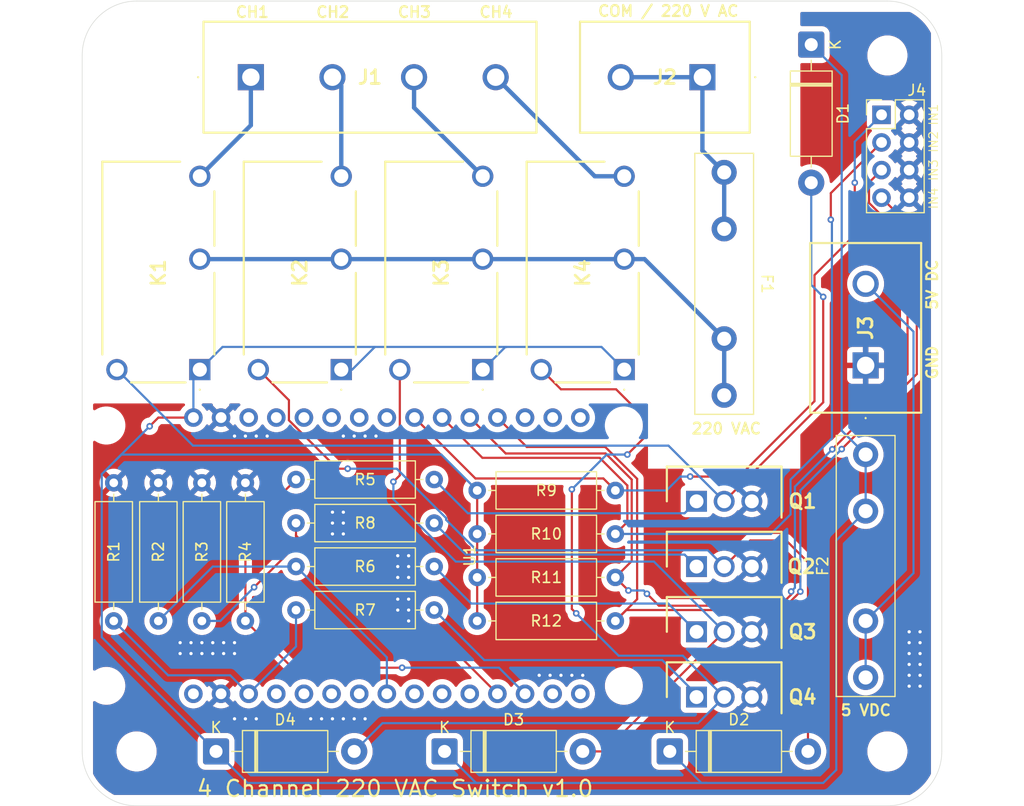
<source format=kicad_pcb>
(kicad_pcb (version 20241229) (generator "pcbnew") (generator_version "9.0")
  (layers (0 "F.Cu" signal) (2 "B.Cu" signal) (13 "F.Paste" user) (15 "B.Paste" user) (5 "F.SilkS" user "F.Silkscreen") (7 "B.SilkS" user "B.Silkscreen") (1 "F.Mask" user) (3 "B.Mask" user) (25 "Edge.Cuts" user))
  (net 0 "")
  (net 1 "Net-(D1-A)")
  (net 2 "/220_VAC_P")
  (net 3 "+5V")
  (net 4 "/CH1")
  (net 5 "/CH2")
  (net 6 "Net-(D2-A)")
  (net 7 "/CH3")
  (net 8 "Net-(D3-A)")
  (net 9 "/CH4")
  (net 10 "Net-(D4-A)")
  (net 11 "GND")
  (net 12 "Net-(Q1-G)")
  (net 13 "Net-(Q2-G)")
  (net 14 "Net-(Q3-G)")
  (net 15 "Net-(Q4-G)")
  (net 17 "/LOGIC_CH1")
  (net 21 "/INPUT3")
  (net 22 "/INPUT1")
  (net 26 "/LOGIC_CH4")
  (net 29 "/LOGIC_CH3")
  (net 30 "/INPUT2")
  (net 35 "/INPUT4")
  (net 37 "/LOGIC_CH2")
  (net 43 "Net-(J3-Pin_2)")
  (net 44 "/220_VAC_P_UNFUSED")
  (footprint "Resistor_THT:R_Axial_DIN0309_L9.0mm_D3.2mm_P12.70mm_Horizontal" (layer "F.Cu") (at 69.65 102)
    (property "Reference" "R6" (at 6.35 0 0) (layer "F.SilkS"))
    (property "Value" "5K6")
    (pad "1" thru_hole circle (at 0 0) (size 1.6 1.6) (drill 0.8) (layers "*.Cu" "*.Mask") (net 29 "/LOGIC_CH3"))
    (pad "2" thru_hole circle (at 12.7 0) (size 1.6 1.6) (drill 0.8) (layers "*.Cu" "*.Mask") (net 14 "Net-(Q3-G)"))
  )
  (footprint "Resistor_THT:R_Axial_DIN0309_L9.0mm_D3.2mm_P12.70mm_Horizontal" (layer "F.Cu") (at 61 107 90)
    (property "Reference" "R3" (at 6.35 0 90) (layer "F.SilkS"))
    (property "Value" "4K7")
    (pad "1" thru_hole circle (at 0 0 90) (size 1.6 1.6) (drill 0.8) (layers "*.Cu" "*.Mask") (net 37 "/LOGIC_CH2"))
    (pad "2" thru_hole circle (at 12.7 0 90) (size 1.6 1.6) (drill 0.8) (layers "*.Cu" "*.Mask") (net 11 "GND"))
  )
  (footprint "Resistor_THT:R_Axial_DIN0309_L9.0mm_D3.2mm_P12.70mm_Horizontal" (layer "F.Cu") (at 69.65 94)
    (property "Reference" "R5" (at 6.35 0 0) (layer "F.SilkS"))
    (property "Value" "5K6")
    (pad "1" thru_hole circle (at 0 0) (size 1.6 1.6) (drill 0.8) (layers "*.Cu" "*.Mask") (net 17 "/LOGIC_CH1"))
    (pad "2" thru_hole circle (at 12.7 0) (size 1.6 1.6) (drill 0.8) (layers "*.Cu" "*.Mask") (net 12 "Net-(Q1-G)"))
  )
  (footprint "JS_Local:TO254P469X1042X1967-3P" (layer "F.Cu") (at 106.46 96)
    (property "Reference" "Q1" (at 9.74 0 0) (layer "F.SilkS") (effects (font (size 1.27 1.27) (thickness 0.254))))
    (property "Value" "IRFZ34NPBF" (hide yes))
    (pad "1" thru_hole rect (at 0 0) (size 1.92 1.92) (drill 1.28) (layers "*.Cu" "*.Mask") (net 12 "Net-(Q1-G)"))
    (pad "2" thru_hole circle (at 2.54 0) (size 1.92 1.92) (drill 1.28) (layers "*.Cu" "*.Mask") (net 1 "Net-(D1-A)"))
    (pad "3" thru_hole circle (at 5.08 0) (size 1.92 1.92) (drill 1.28) (layers "*.Cu" "*.Mask") (net 11 "GND"))
  )
  (footprint "JS_Local:G5Q1A4DC5" (layer "F.Cu") (at 73.81 83.89 90)
    (property "Reference" "K2" (at 8.89 -3.81 90) (layer "F.SilkS") (effects (font (size 1.27 1.27) (thickness 0.254))))
    (property "Value" "G5Q-1A4-DC5" (hide yes))
    (pad "1" thru_hole rect (at 0 0 90) (size 1.95 1.95) (drill 1.3) (layers "*.Cu" "*.Mask") (net 3 "+5V"))
    (pad "2" thru_hole circle (at 10.16 0 90) (size 1.95 1.95) (drill 1.3) (layers "*.Cu" "*.Mask") (net 2 "/220_VAC_P"))
    (pad "3" thru_hole circle (at 17.78 0 90) (size 1.95 1.95) (drill 1.3) (layers "*.Cu" "*.Mask") (net 5 "/CH2"))
    (pad "5" thru_hole circle (at 0 -7.62 90) (size 1.95 1.95) (drill 1.3) (layers "*.Cu" "*.Mask") (net 6 "Net-(D2-A)"))
  )
  (footprint "Diode_THT:D_DO-15_P12.70mm_Horizontal" (layer "F.Cu") (at 83.3 119)
    (property "Reference" "D3" (at 6.35 -2.92 0) (layer "F.SilkS"))
    (property "Value" "D")
    (fp_text user "K" (at 0 -2.2 0) (layer "F.SilkS"))
    (pad "1" thru_hole roundrect (at 0 0) (size 2.4 2.4) (drill 1.2) (layers "*.Cu" "*.Mask") (roundrect_rratio 0.104167) (net 3 "+5V"))
    (pad "2" thru_hole circle (at 12.7 0) (size 2.4 2.4) (drill 1.2) (layers "*.Cu" "*.Mask") (net 8 "Net-(D3-A)"))
  )
  (footprint "Resistor_THT:R_Axial_DIN0309_L9.0mm_D3.2mm_P12.70mm_Horizontal" (layer "F.Cu") (at 52.9 107 90)
    (property "Reference" "R1" (at 6.35 0 90) (layer "F.SilkS"))
    (property "Value" "4K7")
    (pad "1" thru_hole circle (at 0 0 90) (size 1.6 1.6) (drill 0.8) (layers "*.Cu" "*.Mask") (net 26 "/LOGIC_CH4"))
    (pad "2" thru_hole circle (at 12.7 0 90) (size 1.6 1.6) (drill 0.8) (layers "*.Cu" "*.Mask") (net 11 "GND"))
  )
  (footprint "Resistor_THT:R_Axial_DIN0309_L9.0mm_D3.2mm_P12.70mm_Horizontal" (layer "F.Cu") (at 86.3 107)
    (property "Reference" "R12" (at 6.35 0 0) (layer "F.SilkS"))
    (property "Value" "10K")
    (pad "1" thru_hole circle (at 0 0) (size 1.6 1.6) (drill 0.8) (layers "*.Cu" "*.Mask") (net 3 "+5V"))
    (pad "2" thru_hole circle (at 12.7 0) (size 1.6 1.6) (drill 0.8) (layers "*.Cu" "*.Mask") (net 35 "/INPUT4"))
  )
  (footprint "JS_Local:TO254P469X1042X1967-3P" (layer "F.Cu") (at 106.46 108)
    (property "Reference" "Q3" (at 9.74 0 0) (layer "F.SilkS") (effects (font (size 1.27 1.27) (thickness 0.254))))
    (property "Value" "IRFZ34NPBF" (hide yes))
    (pad "1" thru_hole rect (at 0 0) (size 1.92 1.92) (drill 1.28) (layers "*.Cu" "*.Mask") (net 14 "Net-(Q3-G)"))
    (pad "2" thru_hole circle (at 2.54 0) (size 1.92 1.92) (drill 1.28) (layers "*.Cu" "*.Mask") (net 8 "Net-(D3-A)"))
    (pad "3" thru_hole circle (at 5.08 0) (size 1.92 1.92) (drill 1.28) (layers "*.Cu" "*.Mask") (net 11 "GND"))
  )
  (footprint "Diode_THT:D_DO-15_P12.70mm_Horizontal" (layer "F.Cu") (at 117 54 -90)
    (property "Reference" "D1" (at 6.35 -2.92 90) (layer "F.SilkS"))
    (property "Value" "D")
    (fp_text user "K" (at 0 -2.2 90) (layer "F.SilkS"))
    (pad "1" thru_hole roundrect (at 0 0 270) (size 2.4 2.4) (drill 1.2) (layers "*.Cu" "*.Mask") (roundrect_rratio 0.104167) (net 3 "+5V"))
    (pad "2" thru_hole circle (at 12.7 0 270) (size 2.4 2.4) (drill 1.2) (layers "*.Cu" "*.Mask") (net 1 "Net-(D1-A)"))
  )
  (footprint "JS_Local:TB00475004GR" (layer "F.Cu") (at 65.5 57)
    (property "Reference" "J1" (at 10.95 0 0) (layer "F.SilkS") (effects (font (size 1.27 1.27) (thickness 0.254))))
    (property "Value" "Screw_Terminal_01x04" (hide yes))
    (pad "1" thru_hole rect (at 0 0) (size 2.4 2.4) (drill 1.6) (layers "*.Cu" "*.Mask") (net 4 "/CH1"))
    (pad "2" thru_hole circle (at 7.5 0) (size 2.4 2.4) (drill 1.6) (layers "*.Cu" "*.Mask") (net 5 "/CH2"))
    (pad "3" thru_hole circle (at 15 0) (size 2.4 2.4) (drill 1.6) (layers "*.Cu" "*.Mask") (net 7 "/CH3"))
    (pad "4" thru_hole circle (at 22.5 0) (size 2.4 2.4) (drill 1.6) (layers "*.Cu" "*.Mask") (net 9 "/CH4"))
  )
  (footprint "Resistor_THT:R_Axial_DIN0309_L9.0mm_D3.2mm_P12.70mm_Horizontal" (layer "F.Cu") (at 69.65 98)
    (property "Reference" "R8" (at 6.35 0 0) (layer "F.SilkS"))
    (property "Value" "5K6")
    (pad "1" thru_hole circle (at 0 0) (size 1.6 1.6) (drill 0.8) (layers "*.Cu" "*.Mask") (net 37 "/LOGIC_CH2"))
    (pad "2" thru_hole circle (at 12.7 0) (size 1.6 1.6) (drill 0.8) (layers "*.Cu" "*.Mask") (net 13 "Net-(Q2-G)"))
  )
  (footprint "JS_Local:G5Q1A4DC5" (layer "F.Cu") (at 60.81 83.89 90)
    (property "Reference" "K1" (at 8.89 -3.81 90) (layer "F.SilkS") (effects (font (size 1.27 1.27) (thickness 0.254))))
    (property "Value" "G5Q-1A4-DC5" (hide yes))
    (pad "1" thru_hole rect (at 0 0 90) (size 1.95 1.95) (drill 1.3) (layers "*.Cu" "*.Mask") (net 3 "+5V"))
    (pad "2" thru_hole circle (at 10.16 0 90) (size 1.95 1.95) (drill 1.3) (layers "*.Cu" "*.Mask") (net 2 "/220_VAC_P"))
    (pad "3" thru_hole circle (at 17.78 0 90) (size 1.95 1.95) (drill 1.3) (layers "*.Cu" "*.Mask") (net 4 "/CH1"))
    (pad "5" thru_hole circle (at 0 -7.62 90) (size 1.95 1.95) (drill 1.3) (layers "*.Cu" "*.Mask") (net 1 "Net-(D1-A)"))
  )
  (footprint "Fuse:Fuseholder_Littelfuse_445_030_series_5x20mm" (layer "F.Cu") (at 109 65.75 -90)
    (property "Reference" "F1" (at 10.25 -3.95 270) (layer "F.SilkS"))
    (property "Value" "Fuse")
    (pad "1" thru_hole circle (at 0 0 270) (size 2.3 2.3) (drill 1.3) (layers "*.Cu" "*.Mask") (net 44 "/220_VAC_P_UNFUSED"))
    (pad "1" thru_hole circle (at 5.2 0 270) (size 2.3 2.3) (drill 1.3) (layers "*.Cu" "*.Mask") (net 44 "/220_VAC_P_UNFUSED"))
    (pad "2" thru_hole circle (at 15.3 0 270) (size 2.3 2.3) (drill 1.3) (layers "*.Cu" "*.Mask") (net 2 "/220_VAC_P"))
    (pad "2" thru_hole circle (at 20.5 0 270) (size 2.3 2.3) (drill 1.3) (layers "*.Cu" "*.Mask") (net 2 "/220_VAC_P"))
  )
  (footprint "Connector_PinHeader_2.54mm:PinHeader_2x04_P2.54mm_Vertical" (layer "F.Cu") (at 123.46 60.46)
    (property "Reference" "J4" (at 3.24 -2.26 0) (layer "F.SilkS"))
    (property "Value" "Conn_02x04_Odd_Even")
    (pad "1" thru_hole rect (at 0 0) (size 1.7 1.7) (drill 1) (layers "*.Cu" "*.Mask") (net 22 "/INPUT1"))
    (pad "2" thru_hole circle (at 2.54 0) (size 1.7 1.7) (drill 1) (layers "*.Cu" "*.Mask") (net 11 "GND"))
    (pad "3" thru_hole circle (at 0 2.54) (size 1.7 1.7) (drill 1) (layers "*.Cu" "*.Mask") (net 30 "/INPUT2"))
    (pad "4" thru_hole circle (at 2.54 2.54) (size 1.7 1.7) (drill 1) (layers "*.Cu" "*.Mask") (net 11 "GND"))
    (pad "5" thru_hole circle (at 0 5.08) (size 1.7 1.7) (drill 1) (layers "*.Cu" "*.Mask") (net 21 "/INPUT3"))
    (pad "6" thru_hole circle (at 2.54 5.08) (size 1.7 1.7) (drill 1) (layers "*.Cu" "*.Mask") (net 11 "GND"))
    (pad "7" thru_hole circle (at 0 7.62) (size 1.7 1.7) (drill 1) (layers "*.Cu" "*.Mask") (net 35 "/INPUT4"))
    (pad "8" thru_hole circle (at 2.54 7.62) (size 1.7 1.7) (drill 1) (layers "*.Cu" "*.Mask") (net 11 "GND"))
  )
  (footprint "MountingHole:MountingHole_3.2mm_M3_DIN965" (layer "F.Cu") (at 55 55)
    (property "Reference" "HOLE_NW" (hide yes))
    (property "Value" "MountingHole_3.2mm_M3_DIN96")
    (pad "" np_thru_hole circle (at 0 0) (size 3.2 3.2) (drill 3.2) (layers "*.Cu" "*.Mask"))
  )
  (footprint "Fuse:Fuseholder_Littelfuse_445_030_series_5x20mm" (layer "F.Cu") (at 122 112.2 90)
    (property "Reference" "F2" (at 10.25 -3.95 90) (layer "F.SilkS"))
    (property "Value" "Fuse")
    (pad "1" thru_hole circle (at 0 0 90) (size 2.3 2.3) (drill 1.3) (layers "*.Cu" "*.Mask") (net 43 "Net-(J3-Pin_2)"))
    (pad "1" thru_hole circle (at 5.2 0 90) (size 2.3 2.3) (drill 1.3) (layers "*.Cu" "*.Mask") (net 43 "Net-(J3-Pin_2)"))
    (pad "2" thru_hole circle (at 15.3 0 90) (size 2.3 2.3) (drill 1.3) (layers "*.Cu" "*.Mask") (net 3 "+5V"))
    (pad "2" thru_hole circle (at 20.5 0 90) (size 2.3 2.3) (drill 1.3) (layers "*.Cu" "*.Mask") (net 3 "+5V"))
  )
  (footprint "Resistor_THT:R_Axial_DIN0309_L9.0mm_D3.2mm_P12.70mm_Horizontal" (layer "F.Cu") (at 86.3 95)
    (property "Reference" "R9" (at 6.35 0 0) (layer "F.SilkS"))
    (property "Value" "10K")
    (pad "1" thru_hole circle (at 0 0) (size 1.6 1.6) (drill 0.8) (layers "*.Cu" "*.Mask") (net 3 "+5V"))
    (pad "2" thru_hole circle (at 12.7 0) (size 1.6 1.6) (drill 0.8) (layers "*.Cu" "*.Mask") (net 22 "/INPUT1"))
  )
  (footprint "JS_Local:TO254P469X1042X1967-3P" (layer "F.Cu") (at 106.46 114)
    (property "Reference" "Q4" (at 9.74 0 0) (layer "F.SilkS") (effects (font (size 1.27 1.27) (thickness 0.254))))
    (property "Value" "IRFZ34NPBF" (hide yes))
    (pad "1" thru_hole rect (at 0 0) (size 1.92 1.92) (drill 1.28) (layers "*.Cu" "*.Mask") (net 15 "Net-(Q4-G)"))
    (pad "2" thru_hole circle (at 2.54 0) (size 1.92 1.92) (drill 1.28) (layers "*.Cu" "*.Mask") (net 10 "Net-(D4-A)"))
    (pad "3" thru_hole circle (at 5.08 0) (size 1.92 1.92) (drill 1.28) (layers "*.Cu" "*.Mask") (net 11 "GND"))
  )
  (footprint "JS_Local:ESP32_DEVKITV1" (layer "F.Cu") (at 95.78 88.3 -90)
    (property "Reference" "U1" (at 12.7 10.16 90) (layer "F.SilkS"))
    (property "Value" "ESP32_DEVCITV1")
    (pad "" np_thru_hole circle (at 0.73 -4 270) (size 3 3) (drill 3) (layers "*.Cu" "*.Mask"))
    (pad "" np_thru_hole circle (at 0.73 43.56 270) (size 3 3) (drill 3) (layers "*.Cu" "*.Mask"))
    (pad "" np_thru_hole circle (at 24.67 -4 270) (size 3 3) (drill 3) (layers "*.Cu" "*.Mask"))
    (pad "" np_thru_hole circle (at 24.67 43.56 270) (size 3 3) (drill 3) (layers "*.Cu" "*.Mask"))
    (pad "1" thru_hole circle (at 0 0 270) (size 1.7 1.7) (drill 1) (layers "*.Cu" "*.Mask"))
    (pad "2" thru_hole circle (at 0 2.54 270) (size 1.7 1.7) (drill 1) (layers "*.Cu" "*.Mask"))
    (pad "3" thru_hole circle (at 0 5.08 270) (size 1.7 1.7) (drill 1) (layers "*.Cu" "*.Mask"))
    (pad "4" thru_hole circle (at 0 7.62 270) (size 1.7 1.7) (drill 1) (layers "*.Cu" "*.Mask") (net 35 "/INPUT4"))
    (pad "5" thru_hole circle (at 0 10.16 270) (size 1.7 1.7) (drill 1) (layers "*.Cu" "*.Mask") (net 21 "/INPUT3"))
    (pad "6" thru_hole circle (at 0 12.7 270) (size 1.7 1.7) (drill 1) (layers "*.Cu" "*.Mask") (net 30 "/INPUT2"))
    (pad "7" thru_hole circle (at 0 15.24 270) (size 1.7 1.7) (drill 1) (layers "*.Cu" "*.Mask") (net 22 "/INPUT1"))
    (pad "8" thru_hole circle (at 0 17.78 270) (size 1.7 1.7) (drill 1) (layers "*.Cu" "*.Mask"))
    (pad "9" thru_hole circle (at 0 20.32 270) (size 1.7 1.7) (drill 1) (layers "*.Cu" "*.Mask"))
    (pad "10" thru_hole circle (at 0 22.86 270) (size 1.7 1.7) (drill 1) (layers "*.Cu" "*.Mask"))
    (pad "11" thru_hole circle (at 0 25.4 270) (size 1.7 1.7) (drill 1) (layers "*.Cu" "*.Mask"))
    (pad "12" thru_hole circle (at 0 27.94 270) (size 1.7 1.7) (drill 1) (layers "*.Cu" "*.Mask"))
    (pad "13" thru_hole circle (at 0 30.48 270) (size 1.7 1.7) (drill 1) (layers "*.Cu" "*.Mask"))
    (pad "14" thru_hole circle (at 0 33.02 270) (size 1.7 1.7) (drill 1) (layers "*.Cu" "*.Mask") (net 11 "GND"))
    (pad "15" thru_hole circle (at 0 35.56 270) (size 1.7 1.7) (drill 1) (layers "*.Cu" "*.Mask") (net 3 "+5V"))
    (pad "16" thru_hole circle (at 25.4 0 270) (size 1.7 1.7) (drill 1) (layers "*.Cu" "*.Mask"))
    (pad "17" thru_hole circle (at 25.4 2.54 270) (size 1.7 1.7) (drill 1) (layers "*.Cu" "*.Mask"))
    (pad "18" thru_hole circle (at 25.4 5.08 270) (size 1.7 1.7) (drill 1) (layers "*.Cu" "*.Mask") (net 17 "/LOGIC_CH1"))
    (pad "19" thru_hole circle (at 25.4 7.62 270) (size 1.7 1.7) (drill 1) (layers "*.Cu" "*.Mask") (net 37 "/LOGIC_CH2"))
    (pad "20" thru_hole circle (at 25.4 10.16 270) (size 1.7 1.7) (drill 1) (layers "*.Cu" "*.Mask"))
    (pad "21" thru_hole circle (at 25.4 12.7 270) (size 1.7 1.7) (drill 1) (layers "*.Cu" "*.Mask"))
    (pad "22" thru_hole circle (at 25.4 15.24 270) (size 1.7 1.7) (drill 1) (layers "*.Cu" "*.Mask"))
    (pad "23" thru_hole circle (at 25.4 17.78 270) (size 1.7 1.7) (drill 1) (layers "*.Cu" "*.Mask") (net 29 "/LOGIC_CH3"))
    (pad "24" thru_hole circle (at 25.4 20.32 270) (size 1.7 1.7) (drill 1) (layers "*.Cu" "*.Mask"))
    (pad "25" thru_hole circle (at 25.4 22.86 270) (size 1.7 1.7) (drill 1) (layers "*.Cu" "*.Mask"))
    (pad "26" thru_hole circle (at 25.4 25.4 270) (size 1.7 1.7) (drill 1) (layers "*.Cu" "*.Mask"))
    (pad "27" thru_hole circle (at 25.4 27.94 270) (size 1.7 1.7) (drill 1) (layers "*.Cu" "*.Mask"))
    (pad "28" thru_hole circle (at 25.4 30.48 270) (size 1.7 1.7) (drill 1) (layers "*.Cu" "*.Mask") (net 26 "/LOGIC_CH4"))
    (pad "29" thru_hole circle (at 25.4 33.02 270) (size 1.7 1.7) (drill 1) (layers "*.Cu" "*.Mask") (net 11 "GND"))
    (pad "30" thru_hole circle (at 25.4 35.56 270) (size 1.7 1.7) (drill 1) (layers "*.Cu" "*.Mask"))
  )
  (footprint "JS_Local:G5Q1A4DC5" (layer "F.Cu") (at 86.81 83.89 90)
    (property "Reference" "K3" (at 8.89 -3.81 90) (layer "F.SilkS") (effects (font (size 1.27 1.27) (thickness 0.254))))
    (property "Value" "G5Q-1A4-DC5" (hide yes))
    (pad "1" thru_hole rect (at 0 0 90) (size 1.95 1.95) (drill 1.3) (layers "*.Cu" "*.Mask") (net 3 "+5V"))
    (pad "2" thru_hole circle (at 10.16 0 90) (size 1.95 1.95) (drill 1.3) (layers "*.Cu" "*.Mask") (net 2 "/220_VAC_P"))
    (pad "3" thru_hole circle (at 17.78 0 90) (size 1.95 1.95) (drill 1.3) (layers "*.Cu" "*.Mask") (net 7 "/CH3"))
    (pad "5" thru_hole circle (at 0 -7.62 90) (size 1.95 1.95) (drill 1.3) (layers "*.Cu" "*.Mask") (net 8 "Net-(D3-A)"))
  )
  (footprint "Resistor_THT:R_Axial_DIN0309_L9.0mm_D3.2mm_P12.70mm_Horizontal" (layer "F.Cu") (at 69.65 106)
    (property "Reference" "R7" (at 6.35 0 0) (layer "F.SilkS"))
    (property "Value" "5K6")
    (pad "1" thru_hole circle (at 0 0) (size 1.6 1.6) (drill 0.8) (layers "*.Cu" "*.Mask") (net 26 "/LOGIC_CH4"))
    (pad "2" thru_hole circle (at 12.7 0) (size 1.6 1.6) (drill 0.8) (layers "*.Cu" "*.Mask") (net 15 "Net-(Q4-G)"))
  )
  (footprint "JS_Local:TB00475002GR" (layer "F.Cu") (at 122 83.5 90)
    (property "Reference" "J3" (at 3.45 0 90) (layer "F.SilkS") (effects (font (size 1.27 1.27) (thickness 0.254))))
    (property "Value" "Screw_Terminal_01x02" (hide yes))
    (pad "1" thru_hole rect (at 0 0 90) (size 2.4 2.4) (drill 1.6) (layers "*.Cu" "*.Mask") (net 11 "GND"))
    (pad "2" thru_hole circle (at 7.5 0 90) (size 2.4 2.4) (drill 1.6) (layers "*.Cu" "*.Mask") (net 43 "Net-(J3-Pin_2)"))
  )
  (footprint "Resistor_THT:R_Axial_DIN0309_L9.0mm_D3.2mm_P12.70mm_Horizontal" (layer "F.Cu") (at 57 107 90)
    (property "Reference" "R2" (at 6.35 0 90) (layer "F.SilkS"))
    (property "Value" "4K7")
    (pad "1" thru_hole circle (at 0 0 90) (size 1.6 1.6) (drill 0.8) (layers "*.Cu" "*.Mask") (net 29 "/LOGIC_CH3"))
    (pad "2" thru_hole circle (at 12.7 0 90) (size 1.6 1.6) (drill 0.8) (layers "*.Cu" "*.Mask") (net 11 "GND"))
  )
  (footprint "MountingHole:MountingHole_3.2mm_M3_DIN965" (layer "F.Cu") (at 124 119)
    (property "Reference" "HOLE_SE" (hide yes))
    (property "Value" "MountingHole_3.2mm_M3_DIN965")
    (pad "" np_thru_hole circle (at 0 0) (size 3.2 3.2) (drill 3.2) (layers "*.Cu" "*.Mask"))
  )
  (footprint "Resistor_THT:R_Axial_DIN0309_L9.0mm_D3.2mm_P12.70mm_Horizontal" (layer "F.Cu") (at 65 107 90)
    (property "Reference" "R4" (at 6.35 0 90) (layer "F.SilkS"))
    (property "Value" "4K7")
    (pad "1" thru_hole circle (at 0 0 90) (size 1.6 1.6) (drill 0.8) (layers "*.Cu" "*.Mask") (net 17 "/LOGIC_CH1"))
    (pad "2" thru_hole circle (at 12.7 0 90) (size 1.6 1.6) (drill 0.8) (layers "*.Cu" "*.Mask") (net 11 "GND"))
  )
  (footprint "MountingHole:MountingHole_3.2mm_M3_DIN965" (layer "F.Cu") (at 124 55)
    (property "Reference" "HOLE_NE" (hide yes))
    (property "Value" "MountingHole_3.2mm_M3_DIN965")
    (pad "" np_thru_hole circle (at 0 0) (size 3.2 3.2) (drill 3.2) (layers "*.Cu" "*.Mask"))
  )
  (footprint "Resistor_THT:R_Axial_DIN0309_L9.0mm_D3.2mm_P12.70mm_Horizontal" (layer "F.Cu") (at 86.3 103)
    (property "Reference" "R11" (at 6.35 0 0) (layer "F.SilkS"))
    (property "Value" "10K")
    (pad "1" thru_hole circle (at 0 0) (size 1.6 1.6) (drill 0.8) (layers "*.Cu" "*.Mask") (net 3 "+5V"))
    (pad "2" thru_hole circle (at 12.7 0) (size 1.6 1.6) (drill 0.8) (layers "*.Cu" "*.Mask") (net 21 "/INPUT3"))
  )
  (footprint "JS_Local:TO254P469X1042X1967-3P" (layer "F.Cu") (at 106.46 102)
    (property "Reference" "Q2" (at 9.64 0 0) (layer "F.SilkS") (effects (font (size 1.27 1.27) (thickness 0.254))))
    (property "Value" "IRFZ34NPBF" (hide yes))
    (pad "1" thru_hole rect (at 0 0) (size 1.92 1.92) (drill 1.28) (layers "*.Cu" "*.Mask") (net 13 "Net-(Q2-G)"))
    (pad "2" thru_hole circle (at 2.54 0) (size 1.92 1.92) (drill 1.28) (layers "*.Cu" "*.Mask") (net 6 "Net-(D2-A)"))
    (pad "3" thru_hole circle (at 5.08 0) (size 1.92 1.92) (drill 1.28) (layers "*.Cu" "*.Mask") (net 11 "GND"))
  )
  (footprint "Diode_THT:D_DO-15_P12.70mm_Horizontal" (layer "F.Cu") (at 104 119)
    (property "Reference" "D2" (at 6.35 -2.92 0) (layer "F.SilkS"))
    (property "Value" "D")
    (fp_text user "K" (at 0 -2.2 0) (layer "F.SilkS"))
    (pad "1" thru_hole roundrect (at 0 0) (size 2.4 2.4) (drill 1.2) (layers "*.Cu" "*.Mask") (roundrect_rratio 0.104167) (net 3 "+5V"))
    (pad "2" thru_hole circle (at 12.7 0) (size 2.4 2.4) (drill 1.2) (layers "*.Cu" "*.Mask") (net 6 "Net-(D2-A)"))
  )
  (footprint "JS_Local:TB00475002GR" (layer "F.Cu") (at 107 57 180)
    (property "Reference" "J2" (at 3.45 0 0) (layer "F.SilkS") (effects (font (size 1.27 1.27) (thickness 0.254))))
    (property "Value" "Screw_Terminal_01x02" (hide yes))
    (pad "1" thru_hole rect (at 0 0 180) (size 2.4 2.4) (drill 1.6) (layers "*.Cu" "*.Mask") (net 44 "/220_VAC_P_UNFUSED"))
    (pad "2" thru_hole circle (at 7.5 0 180) (size 2.4 2.4) (drill 1.6) (layers "*.Cu" "*.Mask") (net 44 "/220_VAC_P_UNFUSED"))
  )
  (footprint "JS_Local:G5Q1A4DC5" (layer "F.Cu") (at 99.81 83.89 90)
    (property "Reference" "K4" (at 8.89 -3.81 90) (layer "F.SilkS") (effects (font (size 1.27 1.27) (thickness 0.254))))
    (property "Value" "G5Q-1A4-DC5" (hide yes))
    (pad "1" thru_hole rect (at 0 0 90) (size 1.95 1.95) (drill 1.3) (layers "*.Cu" "*.Mask") (net 3 "+5V"))
    (pad "2" thru_hole circle (at 10.16 0 90) (size 1.95 1.95) (drill 1.3) (layers "*.Cu" "*.Mask") (net 2 "/220_VAC_P"))
    (pad "3" thru_hole circle (at 17.78 0 90) (size 1.95 1.95) (drill 1.3) (layers "*.Cu" "*.Mask") (net 9 "/CH4"))
    (pad "5" thru_hole circle (at 0 -7.62 90) (size 1.95 1.95) (drill 1.3) (layers "*.Cu" "*.Mask") (net 10 "Net-(D4-A)"))
  )
  (footprint "Resistor_THT:R_Axial_DIN0309_L9.0mm_D3.2mm_P12.70mm_Horizontal" (layer "F.Cu") (at 86.3 99)
    (property "Reference" "R10" (at 6.35 0 0) (layer "F.SilkS"))
    (property "Value" "10K")
    (pad "1" thru_hole circle (at 0 0) (size 1.6 1.6) (drill 0.8) (layers "*.Cu" "*.Mask") (net 3 "+5V"))
    (pad "2" thru_hole circle (at 12.7 0) (size 1.6 1.6) (drill 0.8) (layers "*.Cu" "*.Mask") (net 30 "/INPUT2"))
  )
  (footprint "Diode_THT:D_DO-15_P12.70mm_Horizontal" (layer "F.Cu") (at 62.3 119)
    (property "Reference" "D4" (at 6.35 -2.92 0) (layer "F.SilkS"))
    (property "Value" "D")
    (fp_text user "K" (at 0 -2.2 0) (layer "F.SilkS"))
    (pad "1" thru_hole roundrect (at 0 0) (size 2.4 2.4) (drill 1.2) (layers "*.Cu" "*.Mask") (roundrect_rratio 0.104167) (net 3 "+5V"))
    (pad "2" thru_hole circle (at 12.7 0) (size 2.4 2.4) (drill 1.2) (layers "*.Cu" "*.Mask") (net 10 "Net-(D4-A)"))
  )
  (footprint "MountingHole:MountingHole_3.2mm_M3_DIN965" (layer "F.Cu") (at 55 119)
    (property "Reference" "HOLE_SW" (hide yes))
    (property "Value" "MountingHole_3.2mm_M3_DIN965")
    (pad "" np_thru_hole circle (at 0 0) (size 3.2 3.2) (drill 3.2) (layers "*.Cu" "*.Mask"))
  )
  (gr_arc (start 124 50) (mid 127.535534 51.464466) (end 129 55) (stroke (width 0.05)) (layer "Edge.Cuts"))
  (gr_line (start 55 50) (end 124 50) (stroke (width 0.05)) (layer "Edge.Cuts"))
  (gr_arc (start 50 55) (mid 51.464466 51.464466) (end 55 50) (stroke (width 0.05)) (layer "Edge.Cuts"))
  (gr_line (start 50 119) (end 50 55) (stroke (width 0.05)) (layer "Edge.Cuts"))
  (gr_line (start 129 55) (end 129 119) (stroke (width 0.05)) (layer "Edge.Cuts"))
  (gr_arc (start 55 124) (mid 51.464466 122.535534) (end 50 119) (stroke (width 0.05)) (layer "Edge.Cuts"))
  (gr_arc (start 129 119) (mid 127.535534 122.535534) (end 124 124) (stroke (width 0.05)) (layer "Edge.Cuts"))
  (gr_line (start 124 124) (end 55 124) (stroke (width 0.05)) (layer "Edge.Cuts"))
  (gr_text "IN2" (at 128.7 64 90) (layer "F.SilkS") (effects (font (size 0.8 0.8) (thickness 0.1)) (justify left bottom)))
  (gr_text "GND" (at 128.7 84.9 90) (layer "F.SilkS") (effects (font (size 1 1) (thickness 0.2) (bold yes)) (justify left bottom)))
  (gr_text "CH4" (at 86.4 51.6 0) (layer "F.SilkS") (effects (font (size 1 1) (thickness 0.2) (bold yes)) (justify left bottom)))
  (gr_text "5V DC" (at 128.7 78.5 90) (layer "F.SilkS") (effects (font (size 1 1) (thickness 0.2) (bold yes)) (justify left bottom)))
  (gr_text "CH2" (at 71.4 51.6 0) (layer "F.SilkS") (effects (font (size 1 1) (thickness 0.2) (bold yes)) (justify left bottom)))
  (gr_text "COM / 220 V AC" (at 97.3 51.5 0) (layer "F.SilkS") (effects (font (size 1 1) (thickness 0.2) (bold yes)) (justify left bottom)))
  (gr_text "CH3" (at 78.9 51.6 0) (layer "F.SilkS") (effects (font (size 1 1) (thickness 0.2) (bold yes)) (justify left bottom)))
  (gr_text "4 Channel 220 VAC Switch v1.0" (at 60.4 123.3 0) (layer "F.SilkS") (effects (font (size 1.5 1.5) (thickness 0.2)) (justify left bottom)))
  (gr_text "5 VDC" (at 119.6 115.8 0) (layer "F.SilkS") (effects (font (size 1 1) (thickness 0.2) (bold yes)) (justify left bottom)))
  (gr_text "IN3" (at 128.7 66.6 90) (layer "F.SilkS") (effects (font (size 0.8 0.8) (thickness 0.1)) (justify left bottom)))
  (gr_text "IN1" (at 128.7 61.5 90) (layer "F.SilkS") (effects (font (size 0.8 0.8) (thickness 0.1)) (justify left bottom)))
  (gr_text "CH1" (at 64 51.6 0) (layer "F.SilkS") (effects (font (size 1 1) (thickness 0.2) (bold yes)) (justify left bottom)))
  (gr_text "220 VAC" (at 105.9 89.9 0) (layer "F.SilkS") (effects (font (size 1 1) (thickness 0.2) (bold yes)) (justify left bottom)))
  (gr_text "IN4" (at 128.7 69.2 90) (layer "F.SilkS") (effects (font (size 0.8 0.8) (thickness 0.1)) (justify left bottom)))
  (segment (start 118.1 86.9) (end 118.1 77.2) (width 0.2) (layer "F.Cu") (net 1))
  (segment (start 109 96) (end 118.1 86.9) (width 0.2) (layer "F.Cu") (net 1))
  (via (at 118.1 77.2) (size 0.6) (drill 0.3) (layers "F.Cu" "B.Cu") (net 1))
  (segment (start 109 96) (end 103.881 90.881) (width 0.2) (layer "B.Cu") (net 1))
  (segment (start 60.181 90.881) (end 53.19 83.89) (width 0.2) (layer "B.Cu") (net 1))
  (segment (start 117 76.1) (end 117 66.7) (width 0.2) (layer "B.Cu") (net 1))
  (segment (start 103.881 90.881) (end 60.181 90.881) (width 0.2) (layer "B.Cu") (net 1))
  (segment (start 118.1 77.2) (end 117 76.1) (width 0.2) (layer "B.Cu") (net 1))
  (segment (start 109 81.05) (end 109 86.25) (width 0.4) (layer "B.Cu") (net 2))
  (segment (start 60.81 73.73) (end 99.81 73.73) (width 0.4) (layer "B.Cu") (net 2))
  (segment (start 109 81.05) (end 101.68 73.73) (width 0.4) (layer "B.Cu") (net 2))
  (segment (start 101.68 73.73) (end 99.81 73.73) (width 0.4) (layer "B.Cu") (net 2))
  (segment (start 86.3 103) (end 86.3 107) (width 0.2) (layer "F.Cu") (net 3))
  (segment (start 57 88.3) (end 60.22 88.3) (width 0.2) (layer "F.Cu") (net 3))
  (segment (start 56.2 89.1) (end 57 88.3) (width 0.2) (layer "F.Cu") (net 3))
  (segment (start 86.3 95) (end 86.3 99) (width 0.2) (layer "F.Cu") (net 3))
  (segment (start 86.3 99) (end 86.3 103) (width 0.2) (layer "F.Cu") (net 3))
  (via (at 56.2 89.1) (size 0.6) (drill 0.3) (layers "F.Cu" "B.Cu") (net 3))
  (segment (start 86.7 121.9) (end 107.4 121.9) (width 0.2) (layer "B.Cu") (net 3))
  (segment (start 62.9 81.8) (end 60.81 83.89) (width 0.2) (layer "B.Cu") (net 3))
  (segment (start 119.8 89.5) (end 122 91.7) (width 0.2) (layer "B.Cu") (net 3))
  (segment (start 107.4 121.9) (end 106.9 121.9) (width 0.2) (layer "B.Cu") (net 3))
  (segment (start 76.9 81.8) (end 62.9 81.8) (width 0.2) (layer "B.Cu") (net 3))
  (segment (start 83 91.7) (end 53.6 91.7) (width 0.2) (layer "B.Cu") (net 3))
  (segment (start 86.81 83.89) (end 88.9 81.8) (width 0.2) (layer "B.Cu") (net 3))
  (segment (start 54.018 91.282) (end 56.2 89.1) (width 0.2) (layer "B.Cu") (net 3))
  (segment (start 65.2 121.9) (end 86.7 121.9) (width 0.2) (layer "B.Cu") (net 3))
  (segment (start 73.81 83.89) (end 74.81 83.89) (width 0.2) (layer "B.Cu") (net 3))
  (segment (start 86.3 95) (end 83 91.7) (width 0.2) (layer "B.Cu") (net 3))
  (segment (start 106.9 121.9) (end 104 119) (width 0.2) (layer "B.Cu") (net 3))
  (segment (start 83.3 119) (end 86.2 121.9) (width 0.2) (layer "B.Cu") (net 3))
  (segment (start 88.9 81.8) (end 89 81.8) (width 0.2) (layer "B.Cu") (net 3))
  (segment (start 53.6 91.7) (end 53.1 92.2) (width 0.2) (layer "B.Cu") (net 3))
  (segment (start 60.22 84.48) (end 60.81 83.89) (width 0.2) (layer "B.Cu") (net 3))
  (segment (start 62.3 119) (end 51.799 108.499) (width 0.2) (layer "B.Cu") (net 3))
  (segment (start 51.799 108.499) (end 51.799 93.501) (width 0.2) (layer "B.Cu") (net 3))
  (segment (start 53.1 92.2) (end 54.018 91.282) (width 0.2) (layer "B.Cu") (net 3))
  (segment (start 119.8 56.8) (end 119.8 89.5) (width 0.2) (layer "B.Cu") (net 3))
  (segment (start 99.81 83.89) (end 97.72 81.8) (width 0.2) (layer "B.Cu") (net 3))
  (segment (start 74.81 83.89) (end 76.9 81.8) (width 0.2) (layer "B.Cu") (net 3))
  (segment (start 122 91.7) (end 122 96.9) (width 0.2) (layer "B.Cu") (net 3))
  (segment (start 86.2 121.9) (end 86.7 121.9) (width 0.2) (layer "B.Cu") (net 3))
  (segment (start 119.3 120.7) (end 118.1 121.9) (width 0.2) (layer "B.Cu") (net 3))
  (segment (start 118.1 121.9) (end 107.4 121.9) (width 0.2) (layer "B.Cu") (net 3))
  (segment (start 62.3 119) (end 65.2 121.9) (width 0.2) (layer "B.Cu") (net 3))
  (segment (start 97.72 81.8) (end 89 81.8) (width 0.2) (layer "B.Cu") (net 3))
  (segment (start 117 54) (end 119.8 56.8) (width 0.2) (layer "B.Cu") (net 3))
  (segment (start 60.22 88.3) (end 60.22 84.48) (width 0.2) (layer "B.Cu") (net 3))
  (segment (start 119.3 99.6) (end 119.3 120.7) (width 0.2) (layer "B.Cu") (net 3))
  (segment (start 122 96.9) (end 119.3 99.6) (width 0.2) (layer "B.Cu") (net 3))
  (segment (start 51.799 93.501) (end 53.1 92.2) (width 0.2) (layer "B.Cu") (net 3))
  (segment (start 89 81.8) (end 76.9 81.8) (width 0.2) (layer "B.Cu") (net 3))
  (segment (start 60.81 66.11) (end 65.5 61.42) (width 0.4) (layer "B.Cu") (net 4))
  (segment (start 65.5 61.42) (end 65.5 57) (width 0.4) (layer "B.Cu") (net 4))
  (segment (start 73.81 66.11) (end 73.81 57.81) (width 0.4) (layer "B.Cu") (net 5))
  (segment (start 73.81 57.81) (end 73 57) (width 0.4) (layer "B.Cu") (net 5))
  (segment (start 114.7 99.6) (end 116.7 101.6) (width 0.2) (layer "F.Cu") (net 6))
  (segment (start 73.45224 93) (end 69 88.54776) (width 0.2) (layer "F.Cu") (net 6))
  (segment (start 69 86.7) (end 66.19 83.89) (width 0.2) (layer "F.Cu") (net 6))
  (segment (start 69 88.54776) (end 69 86.7) (width 0.2) (layer "F.Cu") (net 6))
  (segment (start 111.4 99.6) (end 114.7 99.6) (width 0.2) (layer "F.Cu") (net 6))
  (segment (start 74.4 93) (end 73.45224 93) (width 0.2) (layer "F.Cu") (net 6))
  (segment (start 109 102) (end 111.4 99.6) (width 0.2) (layer "F.Cu") (net 6))
  (segment (start 116.7 101.6) (end 116.7 119) (width 0.2) (layer "F.Cu") (net 6))
  (via (at 74.4 93) (size 0.6) (drill 0.3) (layers "F.Cu" "B.Cu") (net 6))
  (segment (start 107.499 100.499) (end 86.24195 100.499) (width 0.2) (layer "B.Cu") (net 6))
  (segment (start 86.24195 100.499) (end 83.451 97.70805) (width 0.2) (layer "B.Cu") (net 6))
  (segment (start 83.451 97.54395) (end 78.90705 93) (width 0.2) (layer "B.Cu") (net 6))
  (segment (start 78.90705 93) (end 74.4 93) (width 0.2) (layer "B.Cu") (net 6))
  (segment (start 83.451 97.70805) (end 83.451 97.54395) (width 0.2) (layer "B.Cu") (net 6))
  (segment (start 109 102) (end 107.499 100.499) (width 0.2) (layer "B.Cu") (net 6))
  (segment (start 86.81 66.11) (end 80.5 59.8) (width 0.4) (layer "B.Cu") (net 7))
  (segment (start 80.5 59.8) (end 80.5 57) (width 0.4) (layer "B.Cu") (net 7))
  (segment (start 109 108) (end 98 119) (width 0.2) (layer "F.Cu") (net 8))
  (segment (start 98 119) (end 96 119) (width 0.2) (layer "F.Cu") (net 8))
  (segment (start 78.6 94.2) (end 79.19 93.61) (width 0.2) (layer "F.Cu") (net 8))
  (segment (start 79.19 93.61) (end 79.19 83.89) (width 0.2) (layer "F.Cu") (net 8))
  (via (at 78.6 94.2) (size 0.6) (drill 0.3) (layers "F.Cu" "B.Cu") (net 8))
  (segment (start 109 108) (end 102.54395 101.54395) (width 0.2) (layer "B.Cu") (net 8))
  (segment (start 102.54395 101.54395) (end 84.3369 101.54395) (width 0.2) (layer "B.Cu") (net 8))
  (segment (start 78.6 95.80705) (end 78.6 94.2) (width 0.2) (layer "B.Cu") (net 8))
  (segment (start 84.3369 101.54395) (end 78.6 95.80705) (width 0.2) (layer "B.Cu") (net 8))
  (segment (start 97.11 66.11) (end 99.81 66.11) (width 0.4) (layer "B.Cu") (net 9))
  (segment (start 88 57) (end 97.11 66.11) (width 0.4) (layer "B.Cu") (net 9))
  (segment (start 100.1 91.7) (end 101.631 90.169) (width 0.2) (layer "F.Cu") (net 10))
  (segment (start 101.631 90.169) (end 101.631 88.263291) (width 0.2) (layer "F.Cu") (net 10))
  (segment (start 99.067709 85.7) (end 94 85.7) (width 0.2) (layer "F.Cu") (net 10))
  (segment (start 95 105.9) (end 95 94.9) (width 0.2) (layer "F.Cu") (net 10))
  (segment (start 94 85.7) (end 92.19 83.89) (width 0.2) (layer "F.Cu") (net 10))
  (segment (start 95.4 106.3) (end 95 105.9) (width 0.2) (layer "F.Cu") (net 10))
  (segment (start 101.631 88.263291) (end 99.067709 85.7) (width 0.2) (layer "F.Cu") (net 10))
  (via (at 100.1 91.7) (size 0.6) (drill 0.3) (layers "F.Cu" "B.Cu") (net 10))
  (via (at 95.4 106.3) (size 0.6) (drill 0.3) (layers "F.Cu" "B.Cu") (net 10))
  (via (at 95 94.9) (size 0.6) (drill 0.3) (layers "F.Cu" "B.Cu") (net 10))
  (segment (start 75 119) (end 77.6 116.4) (width 0.2) (layer "B.Cu") (net 10))
  (segment (start 105.199 110.199) (end 99.299 110.199) (width 0.2) (layer "B.Cu") (net 10))
  (segment (start 106.6 116.4) (end 109 114) (width 0.2) (layer "B.Cu") (net 10))
  (segment (start 109 114) (end 105.199 110.199) (width 0.2) (layer "B.Cu") (net 10))
  (segment (start 95 94.9) (end 98.2 91.7) (width 0.2) (layer "B.Cu") (net 10))
  (segment (start 98.2 91.7) (end 100.1 91.7) (width 0.2) (layer "B.Cu") (net 10))
  (segment (start 99.299 110.199) (end 95.4 106.3) (width 0.2) (layer "B.Cu") (net 10))
  (segment (start 77.6 116.4) (end 106.6 116.4) (width 0.2) (layer "B.Cu") (net 10))
  (via (at 66 116) (size 0.6) (drill 0.3) (layers "F.Cu" "B.Cu") (net 11))
  (via (at 127 113) (size 0.6) (drill 0.3) (layers "F.Cu" "B.Cu") (net 11))
  (via (at 59 110) (size 0.6) (drill 0.3) (layers "F.Cu" "B.Cu") (net 11))
  (via (at 93 112) (size 0.6) (drill 0.3) (layers "F.Cu" "B.Cu") (net 11))
  (via (at 80 103) (size 0.6) (drill 0.3) (layers "F.Cu" "B.Cu") (net 11))
  (via (at 75 116) (size 0.6) (drill 0.3) (layers "F.Cu" "B.Cu") (net 11))
  (via (at 63 110) (size 0.6) (drill 0.3) (layers "F.Cu" "B.Cu") (net 11))
  (via (at 74 90) (size 0.6) (drill 0.3) (layers "F.Cu" "B.Cu") (net 11))
  (via (at 127 108) (size 0.6) (drill 0.3) (layers "F.Cu" "B.Cu") (net 11))
  (via (at 80 105) (size 0.6) (drill 0.3) (layers "F.Cu" "B.Cu") (net 11))
  (via (at 73 116) (size 0.6) (drill 0.3) (layers "F.Cu" "B.Cu") (net 11))
  (via (at 94 112) (size 0.6) (drill 0.3) (layers "F.Cu" "B.Cu") (net 11))
  (via (at 80 101) (size 0.6) (drill 0.3) (layers "F.Cu" "B.Cu") (net 11))
  (via (at 95 112) (size 0.6) (drill 0.3) (layers "F.Cu" "B.Cu") (net 11))
  (via (at 59 109) (size 0.6) (drill 0.3) (layers "F.Cu" "B.Cu") (net 11))
  (via (at 79 101) (size 0.6) (drill 0.3) (layers "F.Cu" "B.Cu") (net 11))
  (via (at 60 110) (size 0.6) (drill 0.3) (layers "F.Cu" "B.Cu") (net 11))
  (via (at 79 103) (size 0.6) (drill 0.3) (layers "F.Cu" "B.Cu") (net 11))
  (via (at 62 110) (size 0.6) (drill 0.3) (layers "F.Cu" "B.Cu") (net 11))
  (via (at 127 110) (size 0.6) (drill 0.3) (layers "F.Cu" "B.Cu") (net 11))
  (via (at 61 110) (size 0.6) (drill 0.3) (layers "F.Cu" "B.Cu") (net 11))
  (via (at 64 109) (size 0.6) (drill 0.3) (layers "F.Cu" "B.Cu") (net 11))
  (via (at 71 116) (size 0.6) (drill 0.3) (layers "F.Cu" "B.Cu") (net 11))
  (via (at 74 116) (size 0.6) (drill 0.3) (layers "F.Cu" "B.Cu") (net 11))
  (via (at 126 112) (size 0.6) (drill 0.3) (layers "F.Cu" "B.Cu") (net 11))
  (via (at 79 102) (size 0.6) (drill 0.3) (layers "F.Cu" "B.Cu") (net 11))
  (via (at 65 116) (size 0.6) (drill 0.3) (layers "F.Cu" "B.Cu") (net 11))
  (via (at 64 116) (size 0.6) (drill 0.3) (layers "F.Cu" "B.Cu") (net 11))
  (via (at 74 98) (size 0.6) (drill 0.3) (layers "F.Cu" "B.Cu") (net 11))
  (via (at 79 105) (size 0.6) (drill 0.3) (layers "F.Cu" "B.Cu") (net 11))
  (via (at 80 107) (size 0.6) (drill 0.3) (layers "F.Cu" "B.Cu") (net 11))
  (via (at 67 90) (size 0.6) (drill 0.3) (layers "F.Cu" "B.Cu") (net 11))
  (via (at 65 90) (size 0.6) (drill 0.3) (layers "F.Cu" "B.Cu") (net 11))
  (via (at 66 90) (size 0.6) (drill 0.3) (layers "F.Cu" "B.Cu") (net 11))
  (via (at 75 90) (size 0.6) (drill 0.3) (layers "F.Cu" "B.Cu") (net 11))
  (via (at 126 110) (size 0.6) (drill 0.3) (layers "F.Cu" "B.Cu") (net 11))
  (via (at 74 97) (size 0.6) (drill 0.3) (layers "F.Cu" "B.Cu") (net 11))
  (via (at 76 116) (size 0.6) (drill 0.3) (layers "F.Cu" "B.Cu") (net 11))
  (via (at 80 106) (size 0.6) (drill 0.3) (layers "F.Cu" "B.Cu") (net 11))
  (via (at 96 112) (size 0.6) (drill 0.3) (layers "F.Cu" "B.Cu") (net 11))
  (via (at 73 99) (size 0.6) (drill 0.3) (layers "F.Cu" "B.Cu") (net 11))
  (via (at 127 109) (size 0.6) (drill 0.3) (layers "F.Cu" "B.Cu") (net 11))
  (via (at 92 112) (size 0.6) (drill 0.3) (layers "F.Cu" "B.Cu") (net 11))
  (via (at 126 113) (size 0.6) (drill 0.3) (layers "F.Cu" "B.Cu") (net 11))
  (via (at 64 110) (size 0.6) (drill 0.3) (layers "F.Cu" "B.Cu") (net 11))
  (via (at 74 99) (size 0.6) (drill 0.3) (layers "F.Cu" "B.Cu") (net 11))
  (via (at 126 108) (size 0.6) (drill 0.3) (layers "F.Cu" "B.Cu") (net 11))
  (via (at 80 102) (size 0.6) (drill 0.3) (layers "F.Cu" "B.Cu") (net 11))
  (via (at 64 90) (size 0.6) (drill 0.3) (layers "F.Cu" "B.Cu") (net 11))
  (via (at 63 109) (size 0.6) (drill 0.3) (layers "F.Cu" "B.Cu") (net 11))
  (via (at 127 112) (size 0.6) (drill 0.3) (layers "F.Cu" "B.Cu") (net 11))
  (via (at 77 90) (size 0.6) (drill 0.3) (layers "F.Cu" "B.Cu") (net 11))
  (via (at 73 97) (size 0.6) (drill 0.3) (layers "F.Cu" "B.Cu") (net 11))
  (via (at 62 109) (size 0.6) (drill 0.3) (layers "F.Cu" "B.Cu") (net 11))
  (via (at 127 111) (size 0.6) (drill 0.3) (layers "F.Cu" "B.Cu") (net 11))
  (via (at 126 109) (size 0.6) (drill 0.3) (layers "F.Cu" "B.Cu") (net 11))
  (via (at 72 116) (size 0.6) (drill 0.3) (layers "F.Cu" "B.Cu") (net 11))
  (via (at 76 90) (size 0.6) (drill 0.3) (layers "F.Cu" "B.Cu") (net 11))
  (via (at 60 109) (size 0.6) (drill 0.3) (layers "F.Cu" "B.Cu") (net 11))
  (via (at 79 106) (size 0.6) (drill 0.3) (layers "F.Cu" "B.Cu") (net 11))
  (via (at 126 111) (size 0.6) (drill 0.3) (layers "F.Cu" "B.Cu") (net 11))
  (via (at 73 98) (size 0.6) (drill 0.3) (layers "F.Cu" "B.Cu") (net 11))
  (via (at 61 109) (size 0.6) (drill 0.3) (layers "F.Cu" "B.Cu") (net 11))
  (segment (start 105.36 97.1) (end 106.46 96) (width 0.2) (layer "B.Cu") (net 12))
  (segment (start 85.45 97.1) (end 105.36 97.1) (width 0.2) (layer "B.Cu") (net 12))
  (segment (start 82.35 94) (end 85.45 97.1) (width 0.2) (layer "B.Cu") (net 12))
  (segment (start 85.25 100.9) (end 105.36 100.9) (width 0.2) (layer "B.Cu") (net 13))
  (segment (start 82.35 98) (end 85.25 100.9) (width 0.2) (layer "B.Cu") (net 13))
  (segment (start 105.36 100.9) (end 106.46 102) (width 0.2) (layer "B.Cu") (net 13))
  (segment (start 103.86 105.4) (end 106.46 108) (width 0.2) (layer "B.Cu") (net 14))
  (segment (start 85.75 105.4) (end 103.86 105.4) (width 0.2) (layer "B.Cu") (net 14))
  (segment (start 82.35 102) (end 85.75 105.4) (width 0.2) (layer "B.Cu") (net 14))
  (segment (start 103.3 110.6) (end 106.46 113.76) (width 0.2) (layer "B.Cu") (net 15))
  (segment (start 86.95 110.6) (end 103.3 110.6) (width 0.2) (layer "B.Cu") (net 15))
  (segment (start 82.35 106) (end 86.95 110.6) (width 0.2) (layer "B.Cu") (net 15))
  (segment (start 106.46 113.76) (end 106.46 114) (width 0.2) (layer "B.Cu") (net 15))
  (segment (start 65 107) (end 65 98.65) (width 0.2) (layer "F.Cu") (net 17))
  (segment (start 65 98.65) (end 69.65 94) (width 0.2) (layer "F.Cu") (net 17))
  (segment (start 69.3 111.3) (end 65 107) (width 0.2) (layer "F.Cu") (net 17))
  (segment (start 79.4 111.3) (end 69.3 111.3) (width 0.2) (layer "F.Cu") (net 17))
  (via (at 79.4 111.3) (size 0.6) (drill 0.3) (layers "F.Cu" "B.Cu") (net 17))
  (segment (start 90.7 113.7) (end 88.3 111.3) (width 0.2) (layer "B.Cu") (net 17))
  (segment (start 88.3 111.3) (end 79.4 111.3) (width 0.2) (layer "B.Cu") (net 17))
  (segment (start 122.309 66.691) (end 123.46 65.54) (width 0.2) (layer "F.Cu") (net 21))
  (segment (start 122.309 68.55676) (end 122.309 66.691) (width 0.2) (layer "F.Cu") (net 21))
  (segment (start 118.933014 91.218456) (end 125.85147 84.3) (width 0.2) (layer "F.Cu") (net 21))
  (segment (start 114.1339 105.599) (end 115.153842 104.579058) (width 0.2) (layer "F.Cu") (net 21))
  (segment (start 100.502 94.002) (end 98.1 91.6) (width 0.2) (layer "F.Cu") (net 21))
  (segment (start 102.999 105.599) (end 114.1339 105.599) (width 0.2) (layer "F.Cu") (net 21))
  (segment (start 99 103) (end 100.502 101.498) (width 0.2) (layer "F.Cu") (net 21))
  (segment (start 98.1 91.6) (end 88.92 91.6) (width 0.2) (layer "F.Cu") (net 21))
  (segment (start 125.85147 72.09923) (end 122.309 68.55676) (width 0.2) (layer "F.Cu") (net 21))
  (segment (start 99 103) (end 100.2 104.2) (width 0.2) (layer "F.Cu") (net 21))
  (segment (start 115.153842 104.579058) (end 115.153842 104.297628) (width 0.2) (layer "F.Cu") (net 21))
  (segment (start 88.92 91.6) (end 85.62 88.3) (width 0.2) (layer "F.Cu") (net 21))
  (segment (start 101.9 104.5) (end 102.999 105.599) (width 0.2) (layer "F.Cu") (net 21))
  (segment (start 125.85147 84.3) (end 125.85147 72.09923) (width 0.2) (layer "F.Cu") (net 21))
  (segment (start 100.502 101.498) (end 100.502 94.002) (width 0.2) (layer "F.Cu") (net 21))
  (via (at 101.9 104.5) (size 0.6) (drill 0.3) (layers "F.Cu" "B.Cu") (net 21))
  (via (at 118.933014 91.218456) (size 0.6) (drill 0.3) (layers "F.Cu" "B.Cu") (net 21))
  (via (at 100.2 104.2) (size 0.6) (drill 0.3) (layers "F.Cu" "B.Cu") (net 21))
  (via (at 115.153842 104.297628) (size 0.6) (drill 0.3) (layers "F.Cu" "B.Cu") (net 21))
  (segment (start 115.153842 104.297628) (end 115.5 103.95147) (width 0.2) (layer "B.Cu") (net 21))
  (segment (start 115.5 94.65147) (end 118.933014 91.218456) (width 0.2) (layer "B.Cu") (net 21))
  (segment (start 100.2 104.2) (end 101.6 104.2) (width 0.2) (layer "B.Cu") (net 21))
  (segment (start 115.5 103.95147) (end 115.5 94.65147) (width 0.2) (layer "B.Cu") (net 21))
  (segment (start 101.6 104.2) (end 101.9 104.5) (width 0.2) (layer "B.Cu") (net 21))
  (segment (start 86.139 93.899) (end 80.54 88.3) (width 0.2) (layer "F.Cu") (net 22))
  (segment (start 121 71.5) (end 121 66.7) (width 0.2) (layer "F.Cu") (net 22))
  (segment (start 97.899 93.899) (end 86.139 93.899) (width 0.2) (layer "F.Cu") (net 22))
  (segment (start 105.875735 93.724265) (end 110.365984 93.724265) (width 0.2) (layer "F.Cu") (net 22))
  (segment (start 99 95) (end 97.899 93.899) (width 0.2) (layer "F.Cu") (net 22))
  (segment (start 117.3 75.2) (end 121 71.5) (width 0.2) (layer "F.Cu") (net 22))
  (segment (start 110.365984 93.724265) (end 117.3 86.790249) (width 0.2) (layer "F.Cu") (net 22))
  (segment (start 117.3 86.790249) (end 117.3 75.2) (width 0.2) (layer "F.Cu") (net 22))
  (via (at 105.875735 93.724265) (size 0.6) (drill 0.3) (layers "F.Cu" "B.Cu") (net 22))
  (via (at 121 66.7) (size 0.6) (drill 0.3) (layers "F.Cu" "B.Cu") (net 22))
  (segment (start 103.7 95) (end 104.975735 93.724265) (width 0.2) (layer "B.Cu") (net 22))
  (segment (start 99 95) (end 103.7 95) (width 0.2) (layer "B.Cu") (net 22))
  (segment (start 121 62.92) (end 123.46 60.46) (width 0.2) (layer "B.Cu") (net 22))
  (segment (start 121 66.7) (end 121 62.92) (width 0.2) (layer "B.Cu") (net 22))
  (segment (start 104.975735 93.724265) (end 105.875735 93.724265) (width 0.2) (layer "B.Cu") (net 22))
  (segment (start 69.65 109.35) (end 69.65 106) (width 0.2) (layer "B.Cu") (net 26))
  (segment (start 65.3 113.7) (end 69.65 109.35) (width 0.2) (layer "B.Cu") (net 26))
  (segment (start 57.9 112) (end 52.9 107) (width 0.2) (layer "B.Cu") (net 26))
  (segment (start 63.6 112) (end 57.9 112) (width 0.2) (layer "B.Cu") (net 26))
  (segment (start 65.3 113.7) (end 63.6 112) (width 0.2) (layer "B.Cu") (net 26))
  (segment (start 69.65 102) (end 62 102) (width 0.2) (layer "B.Cu") (net 29))
  (segment (start 78 113.7) (end 78 110.35) (width 0.2) (layer "B.Cu") (net 29))
  (segment (start 62 102) (end 57 107) (width 0.2) (layer "B.Cu") (net 29))
  (segment (start 78 110.35) (end 69.65 102) (width 0.2) (layer "B.Cu") (net 29))
  (segment (start 100.101 94.54395) (end 97.55705 92) (width 0.2) (layer "F.Cu") (net 30))
  (segment (start 118.8 67.66) (end 123.46 63) (width 0.2) (layer "F.Cu") (net 30))
  (segment (start 86.78 92) (end 83.08 88.3) (width 0.2) (layer "F.Cu") (net 30))
  (segment (start 118.8 70.1) (end 118.8 67.66) (width 0.2) (layer "F.Cu") (net 30))
  (segment (start 99 99) (end 100.101 97.899) (width 0.2) (layer "F.Cu") (net 30))
  (segment (start 100.101 97.899) (end 100.101 94.54395) (width 0.2) (layer "F.Cu") (net 30))
  (segment (start 97.55705 92) (end 86.78 92) (width 0.2) (layer "F.Cu") (net 30))
  (via (at 118.8 70.1) (size 0.6) (drill 0.3) (layers "F.Cu" "B.Cu") (net 30))
  (segment (start 115.1 97.2) (end 115.1 94) (width 0.2) (layer "B.Cu") (net 30))
  (segment (start 118.9 90.2) (end 118.9 70.2) (width 0.2) (layer "B.Cu") (net 30))
  (segment (start 99 99) (end 113.3 99) (width 0.2) (layer "B.Cu") (net 30))
  (segment (start 113.3 99) (end 115.1 97.2) (width 0.2) (layer "B.Cu") (net 30))
  (segment (start 118.9 70.2) (end 118.8 70.1) (width 0.2) (layer "B.Cu") (net 30))
  (segment (start 115.1 94) (end 118.9 90.2) (width 0.2) (layer "B.Cu") (net 30))
  (segment (start 100 106) (end 114.3 106) (width 0.2) (layer "F.Cu") (net 35))
  (segment (start 101 93.9329) (end 98.0671 91) (width 0.2) (layer "F.Cu") (net 35))
  (segment (start 99 107) (end 101 105) (width 0.2) (layer "F.Cu") (net 35))
  (segment (start 90.86 91) (end 88.16 88.3) (width 0.2) (layer "F.Cu") (net 35))
  (segment (start 99 107) (end 100 106) (width 0.2) (layer "F.Cu") (net 35))
  (segment (start 114.3 106) (end 116 104.3) (width 0.2) (layer "F.Cu") (net 35))
  (segment (start 126.7 71.32) (end 123.46 68.08) (width 0.2) (layer "F.Cu") (net 35))
  (segment (start 98.0671 91) (end 90.86 91) (width 0.2) (layer "F.Cu") (net 35))
  (segment (start 101 105) (end 101 93.9329) (width 0.2) (layer "F.Cu") (net 35))
  (segment (start 126.7 84.3) (end 126.7 71.32) (width 0.2) (layer "F.Cu") (net 35))
  (segment (start 119.8 91.2) (end 126.7 84.3) (width 0.2) (layer "F.Cu") (net 35))
  (via (at 116 104.3) (size 0.6) (drill 0.3) (layers "F.Cu" "B.Cu") (net 35))
  (via (at 119.8 91.2) (size 0.6) (drill 0.3) (layers "F.Cu" "B.Cu") (net 35))
  (segment (start 116 95) (end 119.8 91.2) (width 0.2) (layer "B.Cu") (net 35))
  (segment (start 116 104.3) (end 116 95) (width 0.2) (layer "B.Cu") (net 35))
  (segment (start 79.2 108.7) (end 69.65 99.15) (width 0.2) (layer "F.Cu") (net 37))
  (segment (start 88.16 113.7) (end 83.16 108.7) (width 0.2) (layer "F.Cu") (net 37))
  (segment (start 69.65 99.1) (end 69.65 98) (width 0.2) (layer "F.Cu") (net 37))
  (segment (start 83.16 108.7) (end 79.2 108.7) (width 0.2) (layer "F.Cu") (net 37))
  (segment (start 69.65 99.1) (end 69.65 100.05) (width 0.2) (layer "F.Cu") (net 37))
  (segment (start 69.65 99.15) (end 69.65 99.1) (width 0.2) (layer "F.Cu") (net 37))
  (segment (start 69.65 100.05) (end 65.8 103.9) (width 0.2) (layer "F.Cu") (net 37))
  (via (at 65.8 103.9) (size 0.6) (drill 0.3) (layers "F.Cu" "B.Cu") (net 37))
  (segment (start 62.7 107) (end 61 107) (width 0.2) (layer "B.Cu") (net 37))
  (segment (start 65.8 103.9) (end 62.7 107) (width 0.2) (layer "B.Cu") (net 37))
  (segment (start 122 107) (end 122 112.2) (width 0.2) (layer "B.Cu") (net 43))
  (segment (start 126.4 80.4) (end 122 76) (width 0.2) (layer "B.Cu") (net 43))
  (segment (start 126.4 102.6) (end 126.4 80.4) (width 0.2) (layer "B.Cu") (net 43))
  (segment (start 126.4 102.6) (end 122 107) (width 0.2) (layer "B.Cu") (net 43))
  (segment (start 107 63.75) (end 109 65.75) (width 0.4) (layer "B.Cu") (net 44))
  (segment (start 99.5 57) (end 107 57) (width 0.4) (layer "B.Cu") (net 44))
  (segment (start 109 65.75) (end 109 70.95) (width 0.4) (layer "B.Cu") (net 44))
  (segment (start 107 57) (end 107 63.75) (width 0.4) (layer "B.Cu") (net 44))
  (zone (net 11) (net_name "GND") (layers "F.Cu" "B.Cu") (connect_pads (clearance 0.5)) (min_thickness 0.25) (fill yes (thermal_gap 0.5) (thermal_bridge_width 0.5))
    (polygon (pts (xy 51 123) (xy 51 87) (xy 102 87) (xy 102 93) (xy 116 93) (xy 116 51) (xy 128 51) (xy 128 123)))
  )
)
</source>
